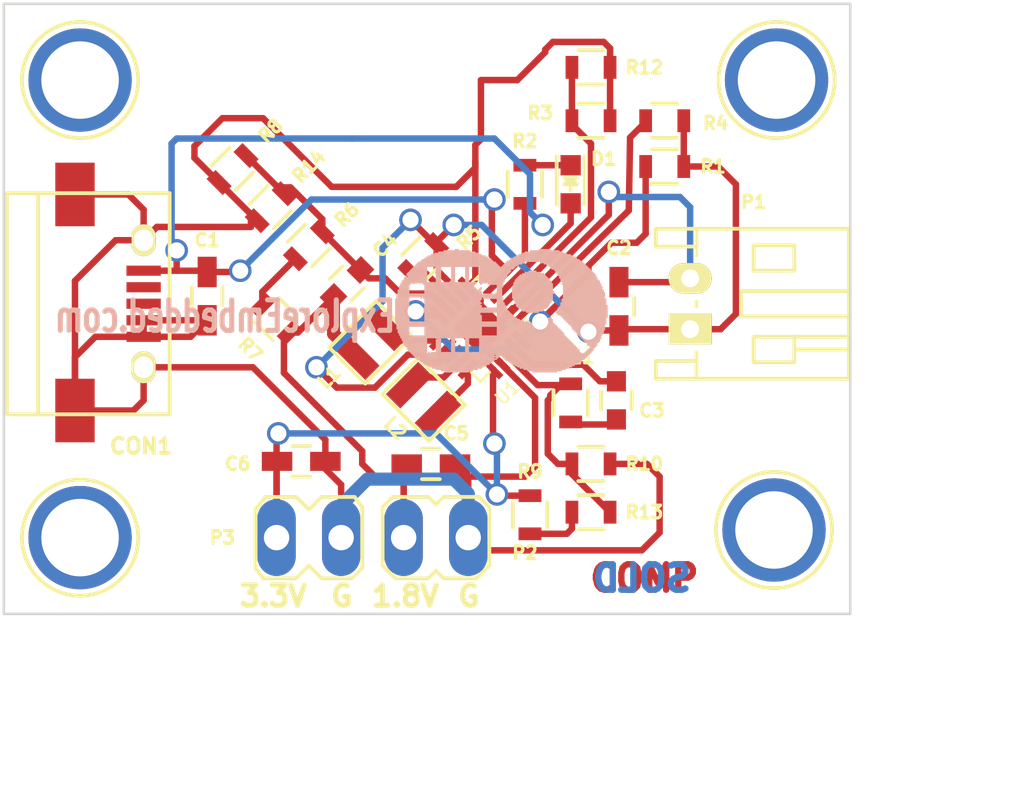
<source format=kicad_pcb>
(kicad_pcb (version 4) (host pcbnew "(2015-01-16 BZR 5376)-product")
  (layers (0 F.Cu signal) (31 B.Cu signal) (34 B.Paste user) (35 F.Paste user) (36 B.SilkS user hide) (37 F.SilkS user) (38 B.Mask user) (39 F.Mask user) (44 Edge.Cuts user))
  (net 0 "")
  (net 1 "Net-(C1-Pad1)")
  (net 2 GND)
  (net 3 /BAT)
  (net 4 "Net-(C3-Pad1)")
  (net 5 "Net-(C3-Pad2)")
  (net 6 "Net-(C4-Pad1)")
  (net 7 "Net-(C4-Pad2)")
  (net 8 "Net-(C6-Pad1)")
  (net 9 "Net-(CON1-Pad2)")
  (net 10 "Net-(CON1-Pad3)")
  (net 11 "Net-(D1-Pad2)")
  (net 12 "Net-(D1-Pad1)")
  (net 13 "Net-(L1-Pad1)")
  (net 14 "Net-(L2-Pad1)")
  (net 15 "Net-(L2-Pad2)")
  (net 16 "Net-(R1-Pad1)")
  (net 17 "Net-(R12-Pad1)")
  (net 18 "Net-(R4-Pad1)")
  (net 19 "Net-(R5-Pad1)")
  (net 20 "Net-(R6-Pad1)")
  (net 21 "Net-(R13-Pad1)")
  (net 22 "Net-(R10-Pad1)")
  (module Connect:PINHEAD1-2 (layer F.Cu) (at 136.5 118.5)
    (fp_text reference P2 (at 3.5 0.6) (layer F.SilkS) (effects (font (size 0.5 0.5) (thickness 0.125))))
    (fp_text value "1.8V Regulator" hide)
    (pad 1 thru_hole oval (at -1.27 0) (size 1.50622 3.01498) (drill 0.99822) (layers *.Cu *.Mask) (net 6 "Net-(C4-Pad1)"))
    (pad 2 thru_hole oval (at 1.27 0) (size 1.50622 3.01498) (drill 0.99822) (layers *.Cu *.Mask) (net 2 GND))
  )
  (module Connect:PINHEAD1-2 (layer F.Cu) (at 131.5 118.5)
    (fp_text reference P3 (at -3.4 0) (layer F.SilkS) (effects (font (size 0.5 0.5) (thickness 0.125))))
    (fp_text value "3.3V Regulator" hide)
    (pad 1 thru_hole oval (at -1.27 0) (size 1.50622 3.01498) (drill 0.99822) (layers *.Cu *.Mask) (net 8 "Net-(C6-Pad1)"))
    (pad 2 thru_hole oval (at 1.27 0) (size 1.50622 3.01498) (drill 0.99822) (layers *.Cu *.Mask) (net 2 GND))
  )
  (module Capacitors_SMD:C_0603_HandSoldering (layer F.Cu) (at 127.5 109 270)
    (fp_text reference C1 (at -2.2 0 360) (layer F.SilkS) (effects (font (size 0.5 0.5) (thickness 0.125))))
    (fp_text value C hide)
    (pad 1 smd rect (at -0.95 0 270) (size 1.2 0.75) (layers F.Cu F.Paste F.Mask) (net 1 "Net-(C1-Pad1)"))
    (pad 2 smd rect (at 0.95 0 270) (size 1.2 0.75) (layers F.Cu F.Paste F.Mask) (net 2 GND))
  )
  (module Capacitors_SMD:C_0603_HandSoldering (layer F.Cu) (at 143.7 109.4 90)
    (fp_text reference C2 (at 2.3 0 180) (layer F.SilkS) (effects (font (size 0.5 0.5) (thickness 0.125))))
    (fp_text value 10uf hide)
    (pad 1 smd rect (at -0.95 0 90) (size 1.2 0.75) (layers F.Cu F.Paste F.Mask) (net 3 /BAT))
    (pad 2 smd rect (at 0.95 0 90) (size 1.2 0.75) (layers F.Cu F.Paste F.Mask) (net 2 GND))
  )
  (module Capacitors_SMD:C_0603 (layer F.Cu) (at 143.6 113.1 90)
    (fp_text reference C3 (at -0.4 1.4 180) (layer F.SilkS) (effects (font (size 0.5 0.5) (thickness 0.125))))
    (fp_text value 150pF hide)
    (pad 1 smd rect (at -0.75 0 90) (size 0.8 0.75) (layers F.Cu F.Paste F.Mask) (net 4 "Net-(C3-Pad1)"))
    (pad 2 smd rect (at 0.75 0 90) (size 0.8 0.75) (layers F.Cu F.Paste F.Mask) (net 5 "Net-(C3-Pad2)"))
  )
  (module Capacitors_SMD:C_0603 (layer F.Cu) (at 133 108.5 45)
    (fp_text reference C4 (at 2.12132 0 45) (layer F.SilkS) (effects (font (size 0.5 0.5) (thickness 0.125))))
    (fp_text value 10pF hide)
    (pad 1 smd rect (at -0.75 0 45) (size 0.8 0.75) (layers F.Cu F.Paste F.Mask) (net 6 "Net-(C4-Pad1)"))
    (pad 2 smd rect (at 0.75 0 45) (size 0.8 0.75) (layers F.Cu F.Paste F.Mask) (net 7 "Net-(C4-Pad2)"))
  )
  (module Capacitors_SMD:C_0603_HandSoldering (layer F.Cu) (at 136.3 115.6)
    (fp_text reference C5 (at 1 -1.2) (layer F.SilkS) (effects (font (size 0.5 0.5) (thickness 0.125))))
    (fp_text value C hide)
    (pad 1 smd rect (at -0.95 0) (size 1.2 0.75) (layers F.Cu F.Paste F.Mask) (net 6 "Net-(C4-Pad1)"))
    (pad 2 smd rect (at 0.95 0) (size 1.2 0.75) (layers F.Cu F.Paste F.Mask) (net 2 GND))
  )
  (module Capacitors_SMD:C_0603_HandSoldering (layer F.Cu) (at 131.2 115.5)
    (fp_text reference C6 (at -2.5 0.1) (layer F.SilkS) (effects (font (size 0.5 0.5) (thickness 0.125))))
    (fp_text value C hide)
    (pad 1 smd rect (at -0.95 0) (size 1.2 0.75) (layers F.Cu F.Paste F.Mask) (net 8 "Net-(C6-Pad1)"))
    (pad 2 smd rect (at 0.95 0) (size 1.2 0.75) (layers F.Cu F.Paste F.Mask) (net 2 GND))
  )
  (module "EE library:USB_Micro-B_SMD" (layer F.Cu) (at 125 108)
    (fp_text reference CON1 (at -0.1 6.9) (layer F.SilkS) (effects (font (size 0.6 0.6))))
    (fp_text value USB-MICRO-B hide)
    (pad 1 smd rect (at 0 0) (size 1.35 0.4) (layers F.Cu F.Paste F.Mask) (net 1 "Net-(C1-Pad1)"))
    (pad 2 smd rect (at 0 0.65) (size 1.35 0.4) (layers F.Cu F.Paste F.Mask) (net 9 "Net-(CON1-Pad2)"))
    (pad 3 smd rect (at 0 1.3) (size 1.35 0.4) (layers F.Cu F.Paste F.Mask) (net 10 "Net-(CON1-Pad3)"))
    (pad 4 smd rect (at 0 1.95) (size 1.35 0.4) (layers F.Cu F.Paste F.Mask) (net 2 GND))
    (pad 5 smd rect (at 0 2.6) (size 1.35 0.4) (layers F.Cu F.Paste F.Mask) (net 2 GND))
    (pad 6 thru_hole oval (at 0 -1.2) (size 0.95 1.25) (drill oval 0.75 0.85) (layers *.Cu *.Mask F.SilkS) (net 2 GND))
    (pad 7 thru_hole oval (at 0 3.8) (size 0.95 1.25) (drill oval 0.75 0.85) (layers *.Cu *.Mask F.SilkS) (net 2 GND))
    (pad 8 smd rect (at -2.7 -3) (size 1.55 2.5) (layers F.Cu F.Paste F.Mask) (net 2 GND))
    (pad 9 smd rect (at -2.7 5.5) (size 1.55 2.5) (layers F.Cu F.Paste F.Mask) (net 2 GND))
  )
  (module LEDs:LED-0603 (layer F.Cu) (at 141.8 104.6 270)
    (fp_text reference D1 (at -1 -1.3 360) (layer F.SilkS) (effects (font (size 0.5 0.5) (thickness 0.125))))
    (fp_text value LED hide)
    (pad 2 smd rect (at 0.7493 0 90) (size 0.79756 0.79756) (layers F.Cu F.Paste F.Mask) (net 11 "Net-(D1-Pad2)"))
    (pad 1 smd rect (at -0.7493 0 90) (size 0.79756 0.79756) (layers F.Cu F.Paste F.Mask) (net 12 "Net-(D1-Pad1)"))
  )
  (module "EE library:inductor" (layer F.Cu) (at 135.7 112.3 45)
    (fp_text reference L1 (at -2.333452 -2.474874 45) (layer F.SilkS) (effects (font (size 0.5 0.5) (thickness 0.125))))
    (fp_text value 4.7uH hide)
    (pad 1 smd rect (at 0.6 -2.3 45) (size 0.8 1.8) (layers F.Cu F.Paste F.Mask) (net 13 "Net-(L1-Pad1)"))
    (pad 2 smd rect (at -1 -2.3 45) (size 0.8 1.8) (layers F.Cu F.Paste F.Mask) (net 6 "Net-(C4-Pad1)"))
  )
  (module "EE library:inductor" (layer F.Cu) (at 137.5 111.3 135)
    (fp_text reference L2 (at -0.212132 -3.889087 135) (layer F.SilkS) (effects (font (size 0.5 0.5) (thickness 0.125))))
    (fp_text value 2.2uH hide)
    (pad 1 smd rect (at 0.6 -2.3 135) (size 0.8 1.8) (layers F.Cu F.Paste F.Mask) (net 14 "Net-(L2-Pad1)"))
    (pad 2 smd rect (at -1 -2.3 135) (size 0.8 1.8) (layers F.Cu F.Paste F.Mask) (net 15 "Net-(L2-Pad2)"))
  )
  (module "jst th connector:Connectors_JST_S2B-PH-K" (layer F.Cu) (at 146.5 110.3 90)
    (fp_text reference P1 (at 5 2.5 180) (layer F.SilkS) (effects (font (size 0.5 0.5) (thickness 0.125))))
    (fp_text value "LIPO battery" hide)
    (pad 1 thru_hole rect (at 0 0 90) (size 1.2 1.7) (drill 0.7) (layers *.Cu *.Mask F.SilkS) (net 3 /BAT))
    (pad 2 thru_hole oval (at 2 0 90) (size 1.2 1.7) (drill 0.7) (layers *.Cu *.Mask F.SilkS) (net 2 GND))
  )
  (module Resistors_SMD:R_0603 (layer F.Cu) (at 145.5 103.9)
    (fp_text reference R1 (at 1.9 0) (layer F.SilkS) (effects (font (size 0.5 0.5) (thickness 0.125))))
    (fp_text value 10K hide)
    (pad 1 smd rect (at -0.75 0) (size 0.5 0.9) (layers F.Cu F.Paste F.Mask) (net 16 "Net-(R1-Pad1)"))
    (pad 2 smd rect (at 0.75 0) (size 0.5 0.9) (layers F.Cu F.Paste F.Mask) (net 3 /BAT))
  )
  (module Resistors_SMD:R_0603 (layer F.Cu) (at 140 104.6 90)
    (fp_text reference R2 (at 1.7 0 180) (layer F.SilkS) (effects (font (size 0.5 0.5) (thickness 0.125))))
    (fp_text value 510E hide)
    (pad 1 smd rect (at -0.75 0 90) (size 0.5 0.9) (layers F.Cu F.Paste F.Mask) (net 1 "Net-(C1-Pad1)"))
    (pad 2 smd rect (at 0.75 0 90) (size 0.5 0.9) (layers F.Cu F.Paste F.Mask) (net 12 "Net-(D1-Pad1)"))
  )
  (module Resistors_SMD:R_0603 (layer F.Cu) (at 142.6 102.1)
    (fp_text reference R3 (at -2 -0.3) (layer F.SilkS) (effects (font (size 0.5 0.5) (thickness 0.125))))
    (fp_text value 51k hide)
    (pad 1 smd rect (at -0.75 0) (size 0.5 0.9) (layers F.Cu F.Paste F.Mask) (net 17 "Net-(R12-Pad1)"))
    (pad 2 smd rect (at 0.75 0) (size 0.5 0.9) (layers F.Cu F.Paste F.Mask) (net 2 GND))
  )
  (module Resistors_SMD:R_0603 (layer F.Cu) (at 145.5 102.1)
    (fp_text reference R4 (at 2 0.1) (layer F.SilkS) (effects (font (size 0.5 0.5) (thickness 0.125))))
    (fp_text value 10k hide)
    (pad 1 smd rect (at -0.75 0) (size 0.5 0.9) (layers F.Cu F.Paste F.Mask) (net 18 "Net-(R4-Pad1)"))
    (pad 2 smd rect (at 0.75 0) (size 0.5 0.9) (layers F.Cu F.Paste F.Mask) (net 3 /BAT))
  )
  (module Resistors_SMD:R_0603 (layer F.Cu) (at 136 107.5 45)
    (fp_text reference R5 (at 1.838478 0.707107 45) (layer F.SilkS) (effects (font (size 0.5 0.5) (thickness 0.125))))
    (fp_text value 10k hide)
    (pad 1 smd rect (at -0.75 0 45) (size 0.5 0.9) (layers F.Cu F.Paste F.Mask) (net 19 "Net-(R5-Pad1)"))
    (pad 2 smd rect (at 0.75 0 45) (size 0.5 0.9) (layers F.Cu F.Paste F.Mask) (net 3 /BAT))
  )
  (module Resistors_SMD:R_0603 (layer F.Cu) (at 131.5 107 45)
    (fp_text reference R6 (at 1.909188 0.212132 45) (layer F.SilkS) (effects (font (size 0.5 0.5) (thickness 0.125))))
    (fp_text value 56K hide)
    (pad 1 smd rect (at -0.75 0 45) (size 0.5 0.9) (layers F.Cu F.Paste F.Mask) (net 20 "Net-(R6-Pad1)"))
    (pad 2 smd rect (at 0.75 0 45) (size 0.5 0.9) (layers F.Cu F.Paste F.Mask) (net 7 "Net-(C4-Pad2)"))
  )
  (module Resistors_SMD:R_0603 (layer F.Cu) (at 130.2 109.9 135)
    (fp_text reference R7 (at -0.141421 -1.555635 135) (layer F.SilkS) (effects (font (size 0.5 0.5) (thickness 0.125))))
    (fp_text value 750K hide)
    (pad 1 smd rect (at -0.75 0 135) (size 0.5 0.9) (layers F.Cu F.Paste F.Mask) (net 6 "Net-(C4-Pad1)"))
    (pad 2 smd rect (at 0.75 0 135) (size 0.5 0.9) (layers F.Cu F.Paste F.Mask) (net 20 "Net-(R6-Pad1)"))
  )
  (module Resistors_SMD:R_0603 (layer F.Cu) (at 140.2 117.6 270)
    (fp_text reference R9 (at -1.7 0 360) (layer F.SilkS) (effects (font (size 0.5 0.5) (thickness 0.125))))
    (fp_text value 470K hide)
    (pad 1 smd rect (at -0.75 0 270) (size 0.5 0.9) (layers F.Cu F.Paste F.Mask) (net 8 "Net-(C6-Pad1)"))
    (pad 2 smd rect (at 0.75 0 270) (size 0.5 0.9) (layers F.Cu F.Paste F.Mask) (net 21 "Net-(R13-Pad1)"))
  )
  (module Resistors_SMD:R_0603 (layer F.Cu) (at 142.6 115.6)
    (fp_text reference R10 (at 2.1 0) (layer F.SilkS) (effects (font (size 0.5 0.5) (thickness 0.125))))
    (fp_text value 200K hide)
    (pad 1 smd rect (at -0.75 0) (size 0.5 0.9) (layers F.Cu F.Paste F.Mask) (net 22 "Net-(R10-Pad1)"))
    (pad 2 smd rect (at 0.75 0) (size 0.5 0.9) (layers F.Cu F.Paste F.Mask) (net 2 GND))
  )
  (module Resistors_SMD:R_0603 (layer F.Cu) (at 141.8 113.2 270)
    (fp_text reference R11 (at -1.8 -0.2 360) (layer F.SilkS) (effects (font (size 0.5 0.5) (thickness 0.125))))
    (fp_text value 15K hide)
    (pad 1 smd rect (at -0.75 0 270) (size 0.5 0.9) (layers F.Cu F.Paste F.Mask) (net 22 "Net-(R10-Pad1)"))
    (pad 2 smd rect (at 0.75 0 270) (size 0.5 0.9) (layers F.Cu F.Paste F.Mask) (net 4 "Net-(C3-Pad1)"))
  )
  (module Resistors_SMD:R_0603 (layer F.Cu) (at 142.6 100)
    (fp_text reference R12 (at 2.1 0) (layer F.SilkS) (effects (font (size 0.5 0.5) (thickness 0.125))))
    (fp_text value 1.8K hide)
    (pad 1 smd rect (at -0.75 0) (size 0.5 0.9) (layers F.Cu F.Paste F.Mask) (net 17 "Net-(R12-Pad1)"))
    (pad 2 smd rect (at 0.75 0) (size 0.5 0.9) (layers F.Cu F.Paste F.Mask) (net 2 GND))
  )
  (module Resistors_SMD:R_0603 (layer F.Cu) (at 142.6 117.5)
    (fp_text reference R13 (at 2.1 0) (layer F.SilkS) (effects (font (size 0.5 0.5) (thickness 0.125))))
    (fp_text value 150K hide)
    (pad 1 smd rect (at -0.75 0) (size 0.5 0.9) (layers F.Cu F.Paste F.Mask) (net 21 "Net-(R13-Pad1)"))
    (pad 2 smd rect (at 0.75 0) (size 0.5 0.9) (layers F.Cu F.Paste F.Mask) (net 22 "Net-(R10-Pad1)"))
  )
  (module LTC3558:QFN20-3X3_new (layer F.Cu) (at 138.25 110.25 225)
    (fp_text reference U1 (at 1.06066 -2.545584 225) (layer F.SilkS) (effects (font (size 0.508 0.508) (thickness 0.0762))))
    (fp_text value LTC3558 hide)
    (pad 1 smd rect (at -0.79756 1.4986 45) (size 0.24892 0.89916) (layers F.Cu F.Paste F.Mask) (net 2 GND))
    (pad 2 smd rect (at -0.39878 1.4986 45) (size 0.24892 0.89916) (layers F.Cu F.Paste F.Mask) (net 3 /BAT))
    (pad 3 smd rect (at 0 1.4986 45) (size 0.24892 0.89916) (layers F.Cu F.Paste F.Mask) (net 19 "Net-(R5-Pad1)"))
    (pad 4 smd rect (at 0.39878 1.4986 45) (size 0.24892 0.89916) (layers F.Cu F.Paste F.Mask) (net 7 "Net-(C4-Pad2)"))
    (pad 5 smd rect (at 0.79756 1.4986 45) (size 0.24892 0.89916) (layers F.Cu F.Paste F.Mask) (net 16 "Net-(R1-Pad1)"))
    (pad 6 smd rect (at 1.4986 0.79756 135) (size 0.24892 0.89916) (layers F.Cu F.Paste F.Mask) (net 13 "Net-(L1-Pad1)"))
    (pad 7 smd rect (at 1.4986 0.39878 135) (size 0.24892 0.89916) (layers F.Cu F.Paste F.Mask) (net 3 /BAT))
    (pad 8 smd rect (at 1.4986 0 135) (size 0.24892 0.89916) (layers F.Cu F.Paste F.Mask) (net 3 /BAT))
    (pad 9 smd rect (at 1.4986 -0.39878 135) (size 0.24892 0.89916) (layers F.Cu F.Paste F.Mask) (net 14 "Net-(L2-Pad1)"))
    (pad 10 smd rect (at 1.4986 -0.79756 135) (size 0.24892 0.89916) (layers F.Cu F.Paste F.Mask) (net 15 "Net-(L2-Pad2)"))
    (pad 11 smd rect (at 0.79756 -1.4986 225) (size 0.24892 0.89916) (layers F.Cu F.Paste F.Mask) (net 8 "Net-(C6-Pad1)"))
    (pad 12 smd rect (at 0.39878 -1.4986 225) (size 0.24892 0.89916) (layers F.Cu F.Paste F.Mask) (net 2 GND))
    (pad 13 smd rect (at 0 -1.4986 225) (size 0.24892 0.89916) (layers F.Cu F.Paste F.Mask) (net 22 "Net-(R10-Pad1)"))
    (pad 14 smd rect (at -0.39878 -1.4986 225) (size 0.24892 0.89916) (layers F.Cu F.Paste F.Mask) (net 5 "Net-(C3-Pad2)"))
    (pad 15 smd rect (at -0.79756 -1.4986 225) (size 0.24892 0.89916) (layers F.Cu F.Paste F.Mask) (net 16 "Net-(R1-Pad1)"))
    (pad 16 smd rect (at -1.4986 -0.79756 315) (size 0.24892 0.89916) (layers F.Cu F.Paste F.Mask) (net 18 "Net-(R4-Pad1)"))
    (pad 17 smd rect (at -1.4986 -0.39878 315) (size 0.24892 0.89916) (layers F.Cu F.Paste F.Mask) (net 2 GND))
    (pad 18 smd rect (at -1.4986 0 315) (size 0.24892 0.89916) (layers F.Cu F.Paste F.Mask) (net 17 "Net-(R12-Pad1)"))
    (pad 19 smd rect (at -1.4986 0.39878 315) (size 0.24892 0.89916) (layers F.Cu F.Paste F.Mask) (net 11 "Net-(D1-Pad2)"))
    (pad 20 smd rect (at -1.4986 0.79756 315) (size 0.24892 0.89916) (layers F.Cu F.Paste F.Mask) (net 1 "Net-(C1-Pad1)"))
    (pad 21 smd rect (at 0 0 225) (size 1.524 1.524) (layers F.Cu F.Paste F.Mask) (net 2 GND))
  )
  (module Connect:1pin (layer F.Cu) (at 122.5 100.5)
    (fp_text reference REF** hide)
    (fp_text value 1pin hide)
    (pad "" np_thru_hole circle (at 0 0) (size 4.064 4.064) (drill 3.048) (layers *.Cu))
  )
  (module Connect:1pin (layer F.Cu) (at 149.9 100.5)
    (fp_text reference REF** hide)
    (fp_text value 1pin hide)
    (pad "" np_thru_hole circle (at 0 0) (size 4.064 4.064) (drill 3.048) (layers *.Cu))
  )
  (module Connect:1pin (layer F.Cu) (at 122.5 118.5)
    (fp_text reference REF** hide)
    (fp_text value 1pin hide)
    (pad "" np_thru_hole circle (at 0 0) (size 4.064 4.064) (drill 3.048) (layers *.Cu))
  )
  (module Connect:1pin (layer F.Cu) (at 149.8 118.2)
    (fp_text reference REF** hide)
    (fp_text value 1pin hide)
    (pad "" np_thru_hole circle (at 0 0) (size 4.064 4.064) (drill 3.048) (layers *.Cu))
  )
  (module "Symbols:LOGO (2)" (layer B.Cu) (at 143.9 106.8 180)
    (fp_text reference LOGO hide)
    (fp_text value "" (at 0 0 180) (layer B.SilkS) (effects (justify mirror)))
  )
  (module Resistors_SMD:R_0603 (layer F.Cu) (at 128.5 104 225)
    (fp_text reference R8 (at -2.12132 0 225) (layer F.SilkS) (effects (font (size 0.5 0.5) (thickness 0.125))))
    (fp_text value 680K hide)
    (pad 1 smd rect (at -0.75 0 225) (size 0.5 0.9) (layers F.Cu F.Paste F.Mask) (net 7 "Net-(C4-Pad2)"))
    (pad 2 smd rect (at 0.75 0 225) (size 0.5 0.9) (layers F.Cu F.Paste F.Mask) (net 2 GND))
  )
  (module Resistors_SMD:R_0603 (layer F.Cu) (at 130 105.5 225)
    (fp_text reference R14 (at -2.192031 0.070711 225) (layer F.SilkS) (effects (font (size 0.5 0.5) (thickness 0.125))))
    (fp_text value 15M hide)
    (pad 1 smd rect (at -0.75 0 225) (size 0.5 0.9) (layers F.Cu F.Paste F.Mask) (net 7 "Net-(C4-Pad2)"))
    (pad 2 smd rect (at 0.75 0 225) (size 0.5 0.9) (layers F.Cu F.Paste F.Mask) (net 2 GND))
  )
  (gr_text COMP (at 144.7 120.1) (layer F.Cu) (effects (font (size 1 1) (thickness 0.25))))
  (gr_text SOLD (at 144.6 120.1) (layer B.Cu) (effects (font (size 1 1) (thickness 0.25)) (justify mirror)))
  (gr_text G (at 137.8 120.8) (layer F.SilkS) (effects (font (size 0.8 0.8) (thickness 0.2))))
  (gr_text G (at 132.8 120.8) (layer F.SilkS) (effects (font (size 0.8 0.8) (thickness 0.2))))
  (gr_text 1.8V (at 135.3 120.8) (layer F.SilkS) (effects (font (size 0.8 0.8) (thickness 0.2))))
  (gr_text 3.3V (at 130.1 120.8) (layer F.SilkS) (effects (font (size 0.8 0.8) (thickness 0.2))))
  (gr_text ExploreEmbedded.com (at 128.2 109.8) (layer B.SilkS) (effects (font (size 1.2 0.8) (thickness 0.2)) (justify mirror)))
  (gr_line (start 152.8 121.5) (end 119.5 121.5) (angle 90) (layer Edge.Cuts) (width 0.1))
  (gr_line (start 152.8 120.6) (end 152.8 121.5) (angle 90) (layer Edge.Cuts) (width 0.1))
  (gr_line (start 152.8 97.5) (end 152.8 120.6) (angle 90) (layer Edge.Cuts) (width 0.1))
  (gr_line (start 119.5 97.5) (end 152.8 97.5) (angle 90) (layer Edge.Cuts) (width 0.1))
  (gr_line (start 119.5 97.5) (end 119.5 121.5) (angle 90) (layer Edge.Cuts) (width 0.1))
  (segment (start 127.45 108) (end 127.5 108.05) (width 0.254) (layer F.Cu) (net 1))
  (segment (start 126.3 108) (end 127.45 108) (width 0.254) (layer F.Cu) (net 1))
  (segment (start 125 108) (end 126.3 108) (width 0.254) (layer F.Cu) (net 1))
  (segment (start 139.33604 108.03604) (end 138.74571 108.62637) (width 0.254) (layer F.Cu) (net 1))
  (segment (start 140 107.37208) (end 139.33604 108.03604) (width 0.254) (layer F.Cu) (net 1))
  (segment (start 140 105.35) (end 140 107.37208) (width 0.254) (layer F.Cu) (net 1))
  (segment (start 128.85 108.05) (end 128.8 108) (width 0.254) (layer F.Cu) (net 1))
  (via (at 128.8 108) (size 0.889) (layers F.Cu B.Cu) (net 1))
  (segment (start 128.8 108) (end 131.6 105.2) (width 0.254) (layer B.Cu) (net 1))
  (segment (start 131.6 105.2) (end 138.8 105.2) (width 0.254) (layer B.Cu) (net 1))
  (via (at 138.8 105.2) (size 0.889) (layers F.Cu B.Cu) (net 1))
  (segment (start 138.8 105.2) (end 138.7 105.3) (width 0.254) (layer F.Cu) (net 1))
  (segment (start 138.7 105.3) (end 138.7 107.4) (width 0.254) (layer F.Cu) (net 1))
  (segment (start 138.7 107.4) (end 139.33604 108.03604) (width 0.254) (layer F.Cu) (net 1))
  (segment (start 127.5 108.05) (end 128.85 108.05) (width 0.254) (layer F.Cu) (net 1))
  (via (at 140.7 106.2) (size 0.889) (layers F.Cu B.Cu) (net 1))
  (segment (start 140.7 106.2) (end 140.2 105.7) (width 0.254) (layer B.Cu) (net 1))
  (segment (start 140.2 105.7) (end 140.2 104.2) (width 0.254) (layer B.Cu) (net 1))
  (segment (start 140.2 104.2) (end 138.8 102.8) (width 0.254) (layer B.Cu) (net 1))
  (segment (start 138.8 102.8) (end 133.2 102.8) (width 0.254) (layer B.Cu) (net 1))
  (segment (start 133.2 102.8) (end 126.3 102.8) (width 0.254) (layer B.Cu) (net 1))
  (segment (start 126.3 102.8) (end 126.1 103) (width 0.254) (layer B.Cu) (net 1))
  (segment (start 126.1 103) (end 126.1 107) (width 0.254) (layer B.Cu) (net 1))
  (segment (start 126.1 107) (end 126.3 107.2) (width 0.254) (layer B.Cu) (net 1))
  (via (at 126.3 107.2) (size 0.889) (layers F.Cu B.Cu) (net 1))
  (segment (start 126.3 107.2) (end 126.3 108) (width 0.254) (layer F.Cu) (net 1))
  (segment (start 140 105.5) (end 140.7 106.2) (width 0.254) (layer F.Cu) (net 1))
  (segment (start 140 105.35) (end 140 105.5) (width 0.254) (layer F.Cu) (net 1))
  (segment (start 125 111.8) (end 129.3 111.8) (width 0.254) (layer F.Cu) (net 2))
  (segment (start 132.15 114.65) (end 132.15 115.5) (width 0.254) (layer F.Cu) (net 2))
  (segment (start 129.3 111.8) (end 132.15 114.65) (width 0.254) (layer F.Cu) (net 2))
  (segment (start 122.3 113.5) (end 124.6 113.5) (width 0.254) (layer F.Cu) (net 2))
  (segment (start 125 113.1) (end 125 111.8) (width 0.254) (layer F.Cu) (net 2))
  (segment (start 124.6 113.5) (end 125 113.1) (width 0.254) (layer F.Cu) (net 2))
  (segment (start 137.77 118.5) (end 137.77 116.12) (width 0.254) (layer F.Cu) (net 2))
  (segment (start 137.77 116.12) (end 137.25 115.6) (width 0.254) (layer F.Cu) (net 2))
  (segment (start 125 110.6) (end 123.1 110.6) (width 0.254) (layer F.Cu) (net 2))
  (segment (start 122.3 111.4) (end 122.3 113.5) (width 0.254) (layer F.Cu) (net 2))
  (segment (start 123.1 110.6) (end 122.3 111.4) (width 0.254) (layer F.Cu) (net 2))
  (segment (start 132.77 119) (end 132.77 117.23) (width 0.508) (layer B.Cu) (net 2))
  (segment (start 132.77 117.23) (end 133.8 116.2) (width 0.508) (layer B.Cu) (net 2))
  (segment (start 133.8 116.2) (end 137.2 116.2) (width 0.508) (layer B.Cu) (net 2))
  (segment (start 137.2 116.2) (end 137.77 116.77) (width 0.508) (layer B.Cu) (net 2))
  (segment (start 137.77 116.77) (end 137.77 119) (width 0.508) (layer B.Cu) (net 2))
  (segment (start 137.77 119) (end 137.77 116.77) (width 0.508) (layer B.Cu) (net 2))
  (segment (start 133.8 116.2) (end 132.77 117.23) (width 0.508) (layer B.Cu) (net 2))
  (segment (start 137.2 116.2) (end 133.8 116.2) (width 0.508) (layer B.Cu) (net 2))
  (segment (start 137.77 116.77) (end 137.2 116.2) (width 0.508) (layer B.Cu) (net 2))
  (segment (start 139.02769 111.59165) (end 138.99165 111.59165) (width 0.254) (layer F.Cu) (net 2))
  (segment (start 138.99165 111.59165) (end 138.25 110.85) (width 0.254) (layer F.Cu) (net 2))
  (segment (start 138.25 110.85) (end 138.25 110.25) (width 0.254) (layer F.Cu) (net 2))
  (segment (start 138.99165 111.59165) (end 138.25 110.85) (width 0.254) (layer F.Cu) (net 2))
  (segment (start 138.25 110.85) (end 138.25 110.25) (width 0.254) (layer F.Cu) (net 2))
  (segment (start 138.99165 111.59165) (end 138.25 110.85) (width 0.254) (layer F.Cu) (net 2))
  (segment (start 138.25 110.85) (end 138.25 110.25) (width 0.254) (layer F.Cu) (net 2))
  (segment (start 138.99165 111.59165) (end 138.25 110.85) (width 0.254) (layer F.Cu) (net 2))
  (segment (start 138.25 110.85) (end 138.25 110.25) (width 0.254) (layer F.Cu) (net 2))
  (segment (start 137.75429 108.62637) (end 137.75429 108.65429) (width 0.254) (layer F.Cu) (net 2))
  (segment (start 137.75429 108.65429) (end 138.25 109.15) (width 0.254) (layer F.Cu) (net 2))
  (segment (start 138.25 109.15) (end 138.25 110.25) (width 0.254) (layer F.Cu) (net 2))
  (segment (start 139.59165 109.47231) (end 139.52769 109.47231) (width 0.254) (layer F.Cu) (net 2))
  (segment (start 139.52769 109.47231) (end 138.75 110.25) (width 0.254) (layer F.Cu) (net 2))
  (segment (start 138.75 110.25) (end 138.25 110.25) (width 0.254) (layer F.Cu) (net 2))
  (segment (start 137.77 119) (end 137.77 116.52) (width 0.254) (layer F.Cu) (net 2))
  (segment (start 137.77 116.52) (end 137.35 116.1) (width 0.254) (layer F.Cu) (net 2))
  (segment (start 132.77 119) (end 132.77 116.42) (width 0.254) (layer F.Cu) (net 2))
  (segment (start 132.77 116.42) (end 132.15 115.8) (width 0.254) (layer F.Cu) (net 2))
  (segment (start 125 109.95) (end 127.5 109.95) (width 0.254) (layer F.Cu) (net 2))
  (segment (start 126.85 110.6) (end 127.5 109.95) (width 0.254) (layer F.Cu) (net 2))
  (segment (start 125 110.6) (end 126.85 110.6) (width 0.254) (layer F.Cu) (net 2))
  (segment (start 127.55 110) (end 127.5 109.95) (width 0.254) (layer F.Cu) (net 2))
  (segment (start 129.222183 105.782843) (end 127.96967 104.53033) (width 0.254) (layer F.Cu) (net 2))
  (segment (start 129.222183 106.277817) (end 129.222183 105.782843) (width 0.254) (layer F.Cu) (net 2))
  (segment (start 125.522183 106.277817) (end 125 106.8) (width 0.254) (layer F.Cu) (net 2))
  (segment (start 129.222183 106.277817) (end 125.522183 106.277817) (width 0.254) (layer F.Cu) (net 2))
  (segment (start 122.3 108.4) (end 122.3 113.5) (width 0.254) (layer F.Cu) (net 2))
  (segment (start 123.9 106.8) (end 122.3 108.4) (width 0.254) (layer F.Cu) (net 2))
  (segment (start 125 106.8) (end 123.9 106.8) (width 0.254) (layer F.Cu) (net 2))
  (segment (start 125 109.95) (end 125 110.6) (width 0.254) (layer F.Cu) (net 2))
  (segment (start 138.05 103.05) (end 138.27 102.83) (width 0.254) (layer F.Cu) (net 2))
  (segment (start 138.27 102.83) (end 138.27 100.5) (width 0.254) (layer F.Cu) (net 2))
  (segment (start 138.05 103.7) (end 138.05 103.05) (width 0.254) (layer F.Cu) (net 2))
  (segment (start 143.35 100) (end 143.35 102.1) (width 0.254) (layer F.Cu) (net 2))
  (segment (start 138.05 108.33066) (end 137.75429 108.62637) (width 0.254) (layer F.Cu) (net 2))
  (segment (start 138.05 103.7) (end 138.05 108.33066) (width 0.254) (layer F.Cu) (net 2))
  (segment (start 138.25 109.15) (end 138.25 110.25) (width 0.254) (layer F.Cu) (net 2))
  (segment (start 137.75429 108.65429) (end 138.25 109.15) (width 0.254) (layer F.Cu) (net 2))
  (segment (start 138.25 110.85) (end 138.25 110.25) (width 0.254) (layer F.Cu) (net 2))
  (segment (start 138.99165 111.59165) (end 138.25 110.85) (width 0.254) (layer F.Cu) (net 2))
  (segment (start 138.85 110.25) (end 138.25 110.25) (width 0.254) (layer F.Cu) (net 2))
  (segment (start 139.59165 109.50835) (end 138.85 110.25) (width 0.254) (layer F.Cu) (net 2))
  (segment (start 139.59165 109.47231) (end 139.59165 109.50835) (width 0.254) (layer F.Cu) (net 2))
  (segment (start 146.35 108.45) (end 146.5 108.3) (width 0.254) (layer F.Cu) (net 2))
  (segment (start 143.7 108.45) (end 146.35 108.45) (width 0.254) (layer F.Cu) (net 2))
  (segment (start 137.3 104.7) (end 132.4 104.7) (width 0.254) (layer F.Cu) (net 2))
  (segment (start 132.4 104.7) (end 129.7 102) (width 0.254) (layer F.Cu) (net 2))
  (segment (start 129.7 102) (end 128.1 102) (width 0.254) (layer F.Cu) (net 2))
  (segment (start 128.1 102) (end 127 103.1) (width 0.254) (layer F.Cu) (net 2))
  (segment (start 127 103.1) (end 127 103.56066) (width 0.254) (layer F.Cu) (net 2))
  (segment (start 127 103.56066) (end 127.96967 104.53033) (width 0.254) (layer F.Cu) (net 2))
  (segment (start 138.05 103.95) (end 137.3 104.7) (width 0.254) (layer F.Cu) (net 2))
  (segment (start 138.05 103.7) (end 138.05 103.95) (width 0.254) (layer F.Cu) (net 2))
  (segment (start 139.7 100.5) (end 140.8 99.4) (width 0.254) (layer F.Cu) (net 2))
  (segment (start 140.8 99.4) (end 140.8 99.3) (width 0.254) (layer F.Cu) (net 2))
  (segment (start 140.8 99.3) (end 141.1 99) (width 0.254) (layer F.Cu) (net 2))
  (segment (start 141.1 99) (end 143.1 99) (width 0.254) (layer F.Cu) (net 2))
  (segment (start 143.1 99) (end 143.35 99.25) (width 0.254) (layer F.Cu) (net 2))
  (segment (start 143.35 99.25) (end 143.35 100) (width 0.254) (layer F.Cu) (net 2))
  (segment (start 138.27 100.5) (end 139.7 100.5) (width 0.254) (layer F.Cu) (net 2))
  (segment (start 143.3 105.8) (end 143.3 104.9) (width 0.254) (layer F.Cu) (net 2))
  (via (at 143.3 104.9) (size 0.889) (layers F.Cu B.Cu) (net 2))
  (segment (start 143.3 104.9) (end 143.5 105.1) (width 0.254) (layer B.Cu) (net 2))
  (segment (start 143.5 105.1) (end 146.1 105.1) (width 0.254) (layer B.Cu) (net 2))
  (segment (start 146.1 105.1) (end 146.5 105.5) (width 0.254) (layer B.Cu) (net 2))
  (segment (start 146.5 105.5) (end 146.5 108.3) (width 0.254) (layer B.Cu) (net 2))
  (segment (start 139.62769 109.47231) (end 143.3 105.8) (width 0.254) (layer F.Cu) (net 2))
  (segment (start 139.59165 109.47231) (end 139.62769 109.47231) (width 0.254) (layer F.Cu) (net 2))
  (segment (start 144.6 119) (end 145.3 118.3) (width 0.254) (layer F.Cu) (net 2))
  (segment (start 145.3 118.3) (end 145.3 116.1) (width 0.254) (layer F.Cu) (net 2))
  (segment (start 145.3 116.1) (end 144.8 115.6) (width 0.254) (layer F.Cu) (net 2))
  (segment (start 144.8 115.6) (end 143.35 115.6) (width 0.254) (layer F.Cu) (net 2))
  (segment (start 137.77 119) (end 144.6 119) (width 0.254) (layer F.Cu) (net 2))
  (segment (start 140.4 113) (end 140.4 115.7) (width 0.254) (layer F.Cu) (net 2))
  (segment (start 140.4 115.7) (end 140 116.1) (width 0.254) (layer F.Cu) (net 2))
  (segment (start 140 116.1) (end 137.35 116.1) (width 0.254) (layer F.Cu) (net 2))
  (segment (start 139.02769 111.62769) (end 140.4 113) (width 0.254) (layer F.Cu) (net 2))
  (segment (start 139.02769 111.59165) (end 139.02769 111.62769) (width 0.254) (layer F.Cu) (net 2))
  (segment (start 125 105.6) (end 124.4 105) (width 0.254) (layer F.Cu) (net 2))
  (segment (start 124.4 105) (end 122.3 105) (width 0.254) (layer F.Cu) (net 2))
  (segment (start 125 106.8) (end 125 105.6) (width 0.254) (layer F.Cu) (net 2))
  (segment (start 136.53033 107.96637) (end 137.47231 108.90835) (width 0.254) (layer F.Cu) (net 3))
  (segment (start 136.53033 106.96967) (end 136.53033 107.96637) (width 0.254) (layer F.Cu) (net 3))
  (segment (start 146.45 110.35) (end 146.5 110.3) (width 0.254) (layer F.Cu) (net 3))
  (segment (start 146.25 102.1) (end 146.25 103.9) (width 0.254) (layer F.Cu) (net 3))
  (segment (start 147.6 103.9) (end 148.3 104.6) (width 0.254) (layer F.Cu) (net 3))
  (segment (start 148.3 104.6) (end 148.3 109.7) (width 0.254) (layer F.Cu) (net 3))
  (segment (start 148.3 109.7) (end 147.7 110.3) (width 0.254) (layer F.Cu) (net 3))
  (segment (start 147.7 110.3) (end 146.5 110.3) (width 0.254) (layer F.Cu) (net 3))
  (segment (start 146.25 103.9) (end 147.6 103.9) (width 0.254) (layer F.Cu) (net 3))
  (segment (start 143.75 110.3) (end 143.7 110.35) (width 0.254) (layer F.Cu) (net 3))
  (segment (start 146.5 110.3) (end 143.75 110.3) (width 0.254) (layer F.Cu) (net 3))
  (segment (start 136.53033 106.86967) (end 136.53033 106.96967) (width 0.254) (layer F.Cu) (net 3))
  (segment (start 142.55 110.35) (end 142.5 110.4) (width 0.254) (layer F.Cu) (net 3))
  (via (at 142.5 110.4) (size 0.889) (layers F.Cu B.Cu) (net 3))
  (segment (start 142.5 110.4) (end 138.3 106.2) (width 0.254) (layer B.Cu) (net 3))
  (segment (start 138.3 106.2) (end 137.2 106.2) (width 0.254) (layer B.Cu) (net 3))
  (via (at 137.2 106.2) (size 0.889) (layers F.Cu B.Cu) (net 3))
  (segment (start 137.2 106.2) (end 136.53033 106.86967) (width 0.254) (layer F.Cu) (net 3))
  (segment (start 143.7 110.35) (end 142.55 110.35) (width 0.254) (layer F.Cu) (net 3))
  (segment (start 136.90835 111.02769) (end 137.19033 111.30967) (width 0.254) (layer F.Cu) (net 3))
  (segment (start 136.46967 106.96967) (end 136.53033 106.96967) (width 0.254) (layer F.Cu) (net 3))
  (segment (start 136.90835 111.29165) (end 136.6 111.6) (width 0.254) (layer F.Cu) (net 3))
  (segment (start 135.5 106) (end 136.46967 106.96967) (width 0.254) (layer F.Cu) (net 3))
  (segment (start 136.90835 111.02769) (end 136.90835 111.29165) (width 0.254) (layer F.Cu) (net 3))
  (via (at 135.5 106) (size 0.889) (layers F.Cu B.Cu) (net 3))
  (segment (start 136.6 111.6) (end 136.2 111.6) (width 0.254) (layer F.Cu) (net 3))
  (segment (start 136.2 111.6) (end 135.9 111.3) (width 0.254) (layer F.Cu) (net 3))
  (segment (start 135.9 111.3) (end 135.4 111.3) (width 0.254) (layer F.Cu) (net 3))
  (segment (start 135.4 111.3) (end 134.1 112.6) (width 0.254) (layer F.Cu) (net 3))
  (segment (start 134.1 112.6) (end 132.6 112.6) (width 0.254) (layer F.Cu) (net 3))
  (segment (start 132.6 112.6) (end 131.8 111.8) (width 0.254) (layer F.Cu) (net 3))
  (via (at 131.8 111.8) (size 0.889) (layers F.Cu B.Cu) (net 3))
  (segment (start 131.8 111.8) (end 134.4 109.2) (width 0.254) (layer B.Cu) (net 3))
  (segment (start 134.4 109.2) (end 134.4 107.1) (width 0.254) (layer B.Cu) (net 3))
  (segment (start 134.4 107.1) (end 135.5 106) (width 0.254) (layer B.Cu) (net 3))
  (segment (start 143.4 114.05) (end 143.6 113.85) (width 0.254) (layer F.Cu) (net 4))
  (segment (start 141.5 114.05) (end 143.4 114.05) (width 0.254) (layer F.Cu) (net 4))
  (segment (start 142.95 112.35) (end 143.6 112.35) (width 0.254) (layer F.Cu) (net 5))
  (segment (start 142.3 111.7) (end 142.95 112.35) (width 0.254) (layer F.Cu) (net 5))
  (segment (start 140.3 111.7) (end 142.3 111.7) (width 0.254) (layer F.Cu) (net 5))
  (segment (start 139.62769 111.02769) (end 140.3 111.7) (width 0.254) (layer F.Cu) (net 5))
  (segment (start 139.59165 111.02769) (end 139.62769 111.02769) (width 0.254) (layer F.Cu) (net 5))
  (segment (start 135.23 118.5) (end 135.23 115.72) (width 0.254) (layer F.Cu) (net 6))
  (segment (start 135.23 115.72) (end 135.35 115.6) (width 0.254) (layer F.Cu) (net 6))
  (segment (start 132.46967 109.03033) (end 132.46967 110.483883) (width 0.508) (layer F.Cu) (net 6))
  (segment (start 132.46967 110.483883) (end 133.366548 111.380761) (width 0.508) (layer F.Cu) (net 6))
  (segment (start 135.45 116.1) (end 134.1 116.1) (width 0.254) (layer F.Cu) (net 6))
  (segment (start 130.519987 112.019987) (end 130.519987 110.680647) (width 0.254) (layer F.Cu) (net 6))
  (segment (start 133.6 115.1) (end 130.519987 112.019987) (width 0.254) (layer F.Cu) (net 6))
  (segment (start 133.6 115.6) (end 133.6 115.1) (width 0.254) (layer F.Cu) (net 6))
  (segment (start 134.1 116.1) (end 133.6 115.6) (width 0.254) (layer F.Cu) (net 6))
  (segment (start 130.519987 110.680647) (end 130.73033 110.43033) (width 0.254) (layer F.Cu) (net 6))
  (segment (start 135.23 119) (end 135.23 116.32) (width 0.254) (layer F.Cu) (net 6))
  (segment (start 135.23 116.32) (end 135.45 116.1) (width 0.254) (layer F.Cu) (net 6))
  (segment (start 135.23 116.22) (end 135.45 116) (width 0.254) (layer F.Cu) (net 6))
  (segment (start 132.46967 109.16967) (end 132.46967 109.03033) (width 0.254) (layer F.Cu) (net 6))
  (segment (start 131.06967 110.43033) (end 132.46967 109.03033) (width 0.254) (layer F.Cu) (net 6))
  (segment (start 130.73033 110.43033) (end 131.06967 110.43033) (width 0.254) (layer F.Cu) (net 6))
  (segment (start 132.46967 110.56967) (end 132.46967 109.03033) (width 0.254) (layer F.Cu) (net 6))
  (segment (start 133.280761 111.380761) (end 132.46967 110.56967) (width 0.254) (layer F.Cu) (net 6))
  (segment (start 133.366548 111.380761) (end 133.280761 111.380761) (width 0.254) (layer F.Cu) (net 6))
  (segment (start 132.03033 106.46967) (end 133.53033 107.96967) (width 0.254) (layer F.Cu) (net 7))
  (segment (start 132.03033 105.974696) (end 130.777817 104.722183) (width 0.254) (layer F.Cu) (net 7))
  (segment (start 132.03033 106.46967) (end 132.03033 105.974696) (width 0.254) (layer F.Cu) (net 7))
  (segment (start 130.282843 104.722183) (end 129.03033 103.46967) (width 0.254) (layer F.Cu) (net 7))
  (segment (start 130.777817 104.722183) (end 130.282843 104.722183) (width 0.254) (layer F.Cu) (net 7))
  (segment (start 133.86066 108.3) (end 133.53033 107.96967) (width 0.254) (layer F.Cu) (net 7))
  (segment (start 134.5 108.3) (end 133.86066 108.3) (width 0.254) (layer F.Cu) (net 7))
  (segment (start 135.1 108.9) (end 134.5 108.3) (width 0.254) (layer F.Cu) (net 7))
  (segment (start 136.3 108.9) (end 135.1 108.9) (width 0.254) (layer F.Cu) (net 7))
  (segment (start 136.87231 109.47231) (end 136.3 108.9) (width 0.254) (layer F.Cu) (net 7))
  (segment (start 136.90835 109.47231) (end 136.87231 109.47231) (width 0.254) (layer F.Cu) (net 7))
  (segment (start 130.23 119) (end 130.23 115.82) (width 0.254) (layer F.Cu) (net 8))
  (segment (start 130.23 115.82) (end 130.25 115.8) (width 0.254) (layer F.Cu) (net 8))
  (segment (start 138.72637 111.87363) (end 138.9 112.04726) (width 0.254) (layer F.Cu) (net 8))
  (segment (start 138.74571 111.87363) (end 138.72637 111.87363) (width 0.254) (layer F.Cu) (net 8))
  (segment (start 130.3 114.4) (end 130.23 114.47) (width 0.254) (layer F.Cu) (net 8))
  (via (at 130.3 114.4) (size 0.889) (layers F.Cu B.Cu) (net 8))
  (segment (start 136.5 114.4) (end 130.3 114.4) (width 0.254) (layer B.Cu) (net 8))
  (segment (start 138.9 116.8) (end 136.5 114.4) (width 0.254) (layer B.Cu) (net 8))
  (segment (start 130.23 114.47) (end 130.23 119) (width 0.254) (layer F.Cu) (net 8))
  (via (at 138.9 116.8) (size 0.889) (layers F.Cu B.Cu) (net 8))
  (segment (start 138.95 116.85) (end 138.9 116.8) (width 0.254) (layer F.Cu) (net 8))
  (segment (start 140.2 116.85) (end 138.95 116.85) (width 0.254) (layer F.Cu) (net 8))
  (segment (start 138.74571 114.74571) (end 138.8 114.8) (width 0.254) (layer F.Cu) (net 8))
  (via (at 138.8 114.8) (size 0.889) (layers F.Cu B.Cu) (net 8))
  (segment (start 138.8 114.8) (end 138.9 114.9) (width 0.254) (layer B.Cu) (net 8))
  (segment (start 138.9 114.9) (end 138.9 116.8) (width 0.254) (layer B.Cu) (net 8))
  (segment (start 138.74571 111.87363) (end 138.74571 114.74571) (width 0.254) (layer F.Cu) (net 8))
  (segment (start 141.8 106.13604) (end 139.02769 108.90835) (width 0.254) (layer F.Cu) (net 11))
  (segment (start 141.8 105.3493) (end 141.8 106.13604) (width 0.254) (layer F.Cu) (net 11))
  (segment (start 141.7993 103.85) (end 141.8 103.8507) (width 0.254) (layer F.Cu) (net 12))
  (segment (start 140 103.85) (end 141.7993 103.85) (width 0.254) (layer F.Cu) (net 12))
  (segment (start 136.5 110.7) (end 136.62637 110.74571) (width 0.254) (layer F.Cu) (net 13))
  (segment (start 134.994238 110.74571) (end 134.497918 110.24939) (width 0.254) (layer F.Cu) (net 13))
  (segment (start 136.62637 110.74571) (end 134.994238 110.74571) (width 0.254) (layer F.Cu) (net 13))
  (segment (start 137.47231 111.59165) (end 137.40835 111.59165) (width 0.254) (layer F.Cu) (net 14))
  (segment (start 135.951472 112.2) (end 135.44939 112.702082) (width 0.254) (layer F.Cu) (net 14))
  (segment (start 136.8 112.2) (end 137.40835 111.59165) (width 0.254) (layer F.Cu) (net 14))
  (segment (start 135.951472 112.2) (end 136.8 112.2) (width 0.254) (layer F.Cu) (net 14))
  (segment (start 136.580761 113.833452) (end 136.666548 113.833452) (width 0.254) (layer F.Cu) (net 15))
  (segment (start 137.75429 112.44571) (end 137.75429 111.87363) (width 0.254) (layer F.Cu) (net 15))
  (segment (start 136.580761 113.619239) (end 137.75429 112.44571) (width 0.254) (layer F.Cu) (net 15))
  (segment (start 136.580761 113.833452) (end 136.580761 113.619239) (width 0.254) (layer F.Cu) (net 15))
  (segment (start 139.87363 110.74571) (end 139.90429 110.74571) (width 0.254) (layer F.Cu) (net 16))
  (segment (start 141.14033 109.45967) (end 141.15967 109.45967) (width 0.254) (layer F.Cu) (net 16))
  (segment (start 140.6 110) (end 141.14033 109.45967) (width 0.254) (layer F.Cu) (net 16))
  (via (at 140.6 110) (size 0.889) (layers F.Cu B.Cu) (net 16))
  (segment (start 139.5 111.1) (end 140.6 110) (width 0.254) (layer B.Cu) (net 16))
  (segment (start 137.2 111.1) (end 139.5 111.1) (width 0.254) (layer B.Cu) (net 16))
  (segment (start 135.7 109.6) (end 137.2 111.1) (width 0.254) (layer B.Cu) (net 16))
  (via (at 135.7 109.6) (size 0.889) (layers F.Cu B.Cu) (net 16))
  (segment (start 135.85429 109.75429) (end 135.7 109.6) (width 0.254) (layer F.Cu) (net 16))
  (segment (start 141.15967 109.45967) (end 139.87363 110.74571) (width 0.254) (layer F.Cu) (net 16))
  (segment (start 136.62637 109.75429) (end 135.85429 109.75429) (width 0.254) (layer F.Cu) (net 16))
  (segment (start 142.5 108.1) (end 142.5 107.8) (width 0.254) (layer F.Cu) (net 16))
  (segment (start 142.5 107.8) (end 143.4 106.9) (width 0.254) (layer F.Cu) (net 16))
  (segment (start 143.4 106.9) (end 144.4 106.9) (width 0.254) (layer F.Cu) (net 16))
  (segment (start 144.4 106.9) (end 144.75 106.55) (width 0.254) (layer F.Cu) (net 16))
  (segment (start 144.75 106.55) (end 144.75 103.9) (width 0.254) (layer F.Cu) (net 16))
  (segment (start 140.6 110) (end 142.5 108.1) (width 0.254) (layer F.Cu) (net 16))
  (segment (start 141.85 102.1) (end 141.85 100) (width 0.254) (layer F.Cu) (net 17))
  (segment (start 142.6 103) (end 142.6 105.9) (width 0.254) (layer F.Cu) (net 17))
  (segment (start 142.6 105.9) (end 139.30967 109.19033) (width 0.254) (layer F.Cu) (net 17))
  (segment (start 141.85 102.25) (end 142.6 103) (width 0.254) (layer F.Cu) (net 17))
  (segment (start 141.85 102.1) (end 141.85 102.25) (width 0.254) (layer F.Cu) (net 17))
  (segment (start 144.75 102.1) (end 144.75 102.15) (width 0.254) (layer F.Cu) (net 18))
  (segment (start 144.087205 105.629356) (end 139.87363 109.75429) (width 0.254) (layer F.Cu) (net 18))
  (segment (start 144.1375 102.7625) (end 144.087205 105.629356) (width 0.254) (layer F.Cu) (net 18))
  (segment (start 144.75 102.15) (end 144.1375 102.7625) (width 0.254) (layer F.Cu) (net 18))
  (segment (start 136.03033 108.03033) (end 137.19033 109.19033) (width 0.254) (layer F.Cu) (net 19))
  (segment (start 135.46967 108.03033) (end 136.03033 108.03033) (width 0.254) (layer F.Cu) (net 19))
  (segment (start 129.66967 108.83033) (end 130.96967 107.53033) (width 0.254) (layer F.Cu) (net 20))
  (segment (start 129.66967 109.36967) (end 129.66967 108.83033) (width 0.254) (layer F.Cu) (net 20))
  (segment (start 141.65 118.35) (end 141.85 118.15) (width 0.254) (layer F.Cu) (net 21))
  (segment (start 141.85 118.15) (end 141.85 117.5) (width 0.254) (layer F.Cu) (net 21))
  (segment (start 140.2 118.35) (end 141.65 118.35) (width 0.254) (layer F.Cu) (net 21))
  (segment (start 141.45 112.5) (end 141.5 112.55) (width 0.254) (layer F.Cu) (net 22))
  (segment (start 140.5 112.5) (end 141.45 112.5) (width 0.254) (layer F.Cu) (net 22))
  (segment (start 139.30967 111.30967) (end 140.5 112.5) (width 0.254) (layer F.Cu) (net 22))
  (segment (start 141.85 116) (end 143.35 117.5) (width 0.254) (layer F.Cu) (net 22))
  (segment (start 141.85 115.6) (end 141.85 116) (width 0.254) (layer F.Cu) (net 22))
  (segment (start 141.3 115.6) (end 141.85 115.6) (width 0.254) (layer F.Cu) (net 22))
  (segment (start 140.9 115.2) (end 141.3 115.6) (width 0.254) (layer F.Cu) (net 22))
  (segment (start 140.9 113.1) (end 140.9 115.2) (width 0.254) (layer F.Cu) (net 22))
  (segment (start 141 113) (end 140.9 113.1) (width 0.254) (layer F.Cu) (net 22))
  (segment (start 141 112.9) (end 141 113) (width 0.254) (layer F.Cu) (net 22))
  (segment (start 141.45 112.45) (end 141 112.9) (width 0.254) (layer F.Cu) (net 22))
  (segment (start 141.8 112.45) (end 141.45 112.45) (width 0.254) (layer F.Cu) (net 22))
)
</source>
